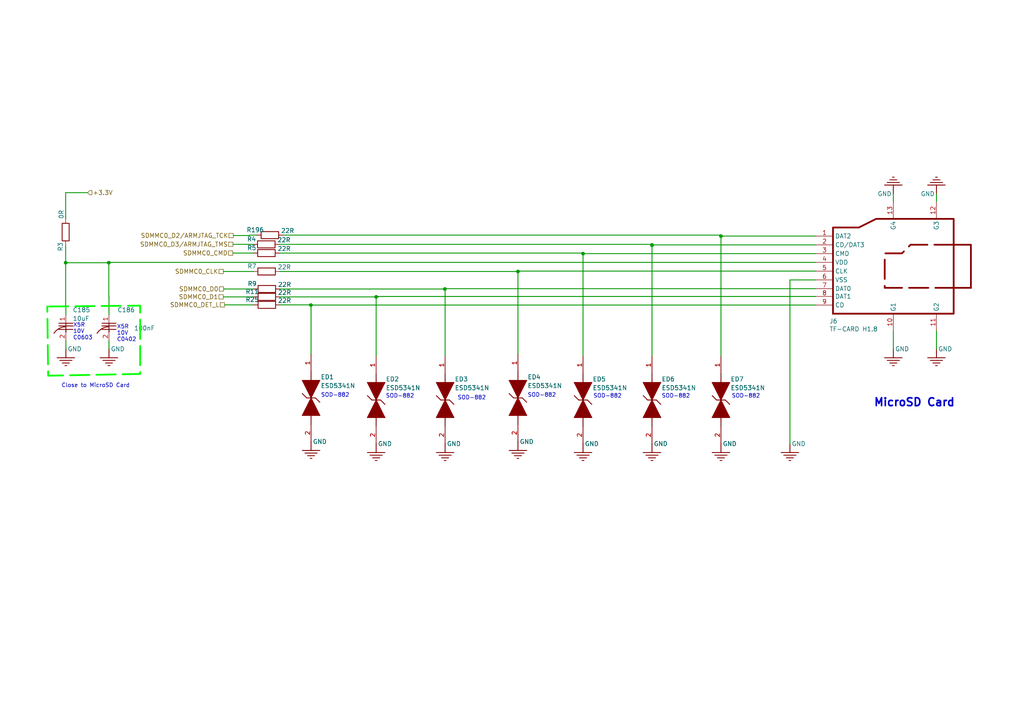
<source format=kicad_sch>
(kicad_sch (version 20250114) (generator "eeschema") (generator_version "9.0")
  (paper "A4")
  (lib_symbols
    (symbol "Device:R" (pin_numbers (hide yes)) (pin_names (offset 0))
      (property "Reference" "R" (at 2.032 0 90))
      (property "Value" "R" (at 0 0 90))
      (symbol "R_0_1"
        (rectangle (start -1.016 -2.54) (end 1.016 2.54) (stroke (width 0.254)))
      )
      (symbol "R_1_1"
        (pin passive line (at 0 3.81 270) (length 1.27) (name "~") (number "1"))
        (pin passive line (at 0 -3.81 90) (length 1.27) (name "~") (number "2"))
      )
    )
    (symbol "cm3568 LPDDR4-altium-import:GND" (power)
      (property "Reference" "#PWR" (at 0 0 0))
      (property "Value" "GND" (at 0 6.35 0))
      (symbol "GND_0_0"
        (polyline (pts (xy -2.54 -2.54) (xy 2.54 -2.54)) (stroke (width 0.254)))
        (polyline (pts (xy -1.778 -3.302) (xy 1.778 -3.302)) (stroke (width 0.254)))
        (polyline (pts (xy -1.016 -4.064) (xy 1.016 -4.064)) (stroke (width 0.254)))
        (polyline (pts (xy -0.254 -4.826) (xy 0.254 -4.826)) (stroke (width 0.254)))
        (polyline (pts (xy 0 0) (xy 0 -2.54)) (stroke (width 0.254)))
        (pin power_in line (at 0 0 0) (length 0) (name "GND") (number ""))
      )
    )
    (symbol "cm3568 LPDDR4-altium-import:root_0_TFP09-2-12B"
      (symbol "root_0_TFP09-2-12B_1_0"
        (polyline (pts (xy 5 -22.5) (xy 5 2.5) (xy 12.5 2.5) (xy 17.5 5) (xy 40 5) (xy 40 -22.5) (xy 5 -22.5)) (stroke (width 0.508)))
        (polyline (pts (xy 40 -2.5) (xy 45 -2.5) (xy 45 -15)) (stroke (width 0.508)))
        (polyline (pts (xy 40 -2.5) (xy 27.5 -2.5) (xy 25 -5) (xy 20 -5) (xy 20 -15) (xy 40 -15)) (stroke (width 0.508) (type dash)))
        (polyline (pts (xy 45 -15) (xy 40 -15)) (stroke (width 0.508)))
        (pin passive line (at 0 0 0) (length 5.08) (name "DAT2") (number "1"))
        (pin passive line (at 0 -2.54 0) (length 5.08) (name "CD/DAT3") (number "2"))
        (pin passive line (at 0 -5.08 0) (length 5.08) (name "CMD") (number "3"))
        (pin passive line (at 0 -7.62 0) (length 5.08) (name "VDD") (number "4"))
        (pin passive line (at 0 -10.16 0) (length 5.08) (name "CLK") (number "5"))
        (pin passive line (at 0 -12.7 0) (length 5.08) (name "VSS") (number "6"))
        (pin passive line (at 0 -15.24 0) (length 5.08) (name "DAT0") (number "7"))
        (pin passive line (at 0 -17.5 0) (length 5.08) (name "DAT1") (number "8"))
        (pin passive line (at 0 -20 0) (length 5.08) (name "CD") (number "9"))
        (pin passive line (at 22.5 10 270) (length 5.08) (name "G4") (number "13"))
        (pin passive line (at 22.5 -27.5 90) (length 5.08) (name "G1") (number "10"))
        (pin passive line (at 35 10 270) (length 5.08) (name "G3") (number "12"))
        (pin passive line (at 35 -27.5 90) (length 5.08) (name "G2") (number "11"))
      )
    )
    (symbol "cm3568 LPDDR4-altium-import:root_3_C0201_100nF"
      (symbol "root_3_C0201_100nF_1_0"
        (polyline (pts (xy -4.572 0) (xy -0.508 0)) (stroke (width 0.254)))
        (polyline (pts (xy -4.572 -0.762) (xy -0.508 -0.762)) (stroke (width 0.254)))
        (arc (start -5.9865 -2.9264) (mid -5.3375 -2.132) (end -4.5103 -1.5255) (stroke (width 0.254)))
        (arc (start -4.5103 -1.5255) (mid -3.5576 -1.1454) (end -2.54 -1.016) (stroke (width 0.254)))
        (polyline (pts (xy -2.54 0) (xy -2.54 -0.762)) (stroke (width 0.254)))
        (polyline (pts (xy -2.54 -1.016) (xy -2.54 -2.54)) (stroke (width 0.254)))
        (polyline (pts (xy -2.54 -2.54) (xy -2.54 -1.778)) (stroke (width 0.254)))
        (polyline (pts (xy -0.508 -1.778) (xy -4.572 -1.778)) (stroke (width 0.254)))
        (pin passive line (at -2.54 2.54 270) (length 2.54) (name "1") (number "1"))
        (pin passive line (at -2.54 -5.08 90) (length 2.54) (name "2") (number "2"))
      )
    )
    (symbol "cm3568 LPDDR4-altium-import:root_3_C0603_10uF"
      (symbol "root_3_C0603_10uF_1_0"
        (polyline (pts (xy -4.572 0) (xy -0.508 0)) (stroke (width 0.254)))
        (polyline (pts (xy -4.572 -0.762) (xy -0.508 -0.762)) (stroke (width 0.254)))
        (arc (start -5.9865 -2.9264) (mid -5.3375 -2.132) (end -4.5103 -1.5255) (stroke (width 0.254)))
        (arc (start -4.5103 -1.5255) (mid -3.5576 -1.1454) (end -2.54 -1.016) (stroke (width 0.254)))
        (polyline (pts (xy -2.54 0) (xy -2.54 -0.762)) (stroke (width 0.254)))
        (polyline (pts (xy -2.54 -1.016) (xy -2.54 -2.54)) (stroke (width 0.254)))
        (polyline (pts (xy -2.54 -2.54) (xy -2.54 -1.778)) (stroke (width 0.254)))
        (polyline (pts (xy -0.508 -1.778) (xy -4.572 -1.778)) (stroke (width 0.254)))
        (pin passive line (at -2.54 2.54 270) (length 2.54) (name "1") (number "1"))
        (pin passive line (at -2.54 -5.08 90) (length 2.54) (name "2") (number "2"))
      )
    )
    (symbol "cm3568 LPDDR4-altium-import:root_3_ESD0402_1xD5"
      (symbol "root_3_ESD0402_1xD5_1_0"
        (polyline (pts (xy -2.54 5.08) (xy 0 0)) (stroke (width 0.254)))
        (polyline (pts (xy -2.54 -5.08) (xy 0 0)) (stroke (width 0.254)))
        (polyline (pts (xy -1.27 0) (xy -2.54 1.27)) (stroke (width 0.254)))
        (polyline (pts (xy 0 5.08) (xy 0 7.62)) (stroke (width 0.254)))
        (polyline (pts (xy 0 0) (xy 2.54 -5.08)) (stroke (width 0.254)))
        (polyline (pts (xy 0 -0.254) (xy 2.54 -5.08) (xy -2.54 -5.08) (xy 0 -0.254)) (stroke (width -0.0001)) (fill (type outline)))
        (polyline (pts (xy 0 -5.08) (xy 0 -7.62)) (stroke (width 0.254)))
        (polyline (pts (xy 1.27 0) (xy -1.27 0)) (stroke (width 0.254)))
        (polyline (pts (xy 1.27 0) (xy 2.54 -1.27)) (stroke (width 0.254)))
        (polyline (pts (xy 2.54 5.08) (xy -2.54 5.08)) (stroke (width 0.254)))
        (polyline (pts (xy 2.54 5.08) (xy 0 0)) (stroke (width 0.254)))
        (polyline (pts (xy 2.54 5.08) (xy -2.54 5.08) (xy 0 0) (xy 2.54 5.08) (xy 2.54 5.08)) (stroke (width -0.0001)) (fill (type outline)))
        (polyline (pts (xy 2.54 -5.08) (xy -2.54 -5.08)) (stroke (width 0.254)))
        (pin passive line (at 0 12.7 270) (length 5.08) (name "1") (number "1"))
        (pin passive line (at 0 -12.7 90) (length 5.08) (name "2") (number "2"))
      )
    )
  )
  (polyline (pts (xy 14.224 88.9) (xy 40.64 88.646) (xy 40.64 108.458) (xy 13.97 108.966) (xy 13.716 88.9)) (stroke (width 0.508) (type dash) (color 0 255 0 1)))
  (text_box "SOD-882" (at 92.202 112.932 0) (size 15 3.048) (margins 0.8572 0.8572 0.8572 0.8572) (stroke (width -0.0001) (color 0 0 0 1)) (effects (font (size 1.143 1.143)) (justify left top)))
  (text_box "SOD-882" (at 110.998 113.186 0) (size 15 3.048) (margins 0.8572 0.8572 0.8572 0.8572) (stroke (width -0.0001) (color 0 0 0 1)) (effects (font (size 1.143 1.143)) (justify left top)))
  (text_box "SOD-882" (at 191.008 113.186 0) (size 15 3.048) (margins 0.8572 0.8572 0.8572 0.8572) (stroke (width -0.0001) (color 0 0 0 1)) (effects (font (size 1.143 1.143)) (justify left top)))
  (text_box "MicroSD Card" (at 281.604 113.562 0) (size -30 10.16) (margins 1.7144 1.7144 1.7144 1.7144) (stroke (width -0.0001) (color 0 0 0 1)) (effects (font (size 2.286 2.286) (bold yes)) (justify left top)))
  (text_box "Close to MicroSD Card" (at 40.132 110.144 0) (size -23.192 3.138) (margins 0.8572 0.8572 0.8572 0.8572) (stroke (width -0.0001) (color 0 0 0 1)) (effects (font (size 1.143 1.143)) (justify left top)))
  (text_box "X5R\n10V\nC0603" (at 20.32 92.612 0) (size 7.5 8.138) (margins 0.8572 0.8572 0.8572 0.8572) (stroke (width -0.0001) (color 0 0 0 1)) (effects (font (size 1.143 1.143)) (justify left top)))
  (text_box "X5R\n10V\nC0402\n" (at 33.02 93.12 0) (size 7.5 8.138) (margins 0.8572 0.8572 0.8572 0.8572) (stroke (width -0.0001) (color 0 0 0 1)) (effects (font (size 1.143 1.143)) (justify left top)))
  (text_box "SOD-882" (at 131.826 113.694 0) (size 15 3.048) (margins 0.8572 0.8572 0.8572 0.8572) (stroke (width -0.0001) (color 0 0 0 1)) (effects (font (size 1.143 1.143)) (justify left top)))
  (text_box "SOD-882" (at 152.146 112.932 0) (size 15 3.048) (margins 0.8572 0.8572 0.8572 0.8572) (stroke (width -0.0001) (color 0 0 0 1)) (effects (font (size 1.143 1.143)) (justify left top)))
  (text_box "SOD-882" (at 171.196 113.186 0) (size 15 3.048) (margins 0.8572 0.8572 0.8572 0.8572) (stroke (width -0.0001) (color 0 0 0 1)) (effects (font (size 1.143 1.143)) (justify left top)))
  (text_box "" (at 131.558 112.87 0) (size 15 3.048) (margins 0.8572 0.8572 0.8572 0.8572) (stroke (width -0.0001) (color 0 0 0 1)) (effects (font (size 1.143 1.143)) (justify left top)))
  (text_box "SOD-882" (at 211.328 113.186 0) (size 15 3.048) (margins 0.8572 0.8572 0.8572 0.8572) (stroke (width -0.0001) (color 0 0 0 1)) (effects (font (size 1.143 1.143)) (justify left top)))
  (junction (at 189.104 71.12))
  (junction (at 109.104 86.106))
  (junction (at 129.032 83.82))
  (junction (at 209.104 68.482))
  (junction (at 189.104 71.022))
  (junction (at 19.05 76.2))
  (junction (at 169.104 73.562))
  (junction (at 150.222 78.74))
  (junction (at 31.55 76.2))
  (junction (at 90.17 88.482))
  (wire (pts (xy 109.704 86.106) (xy 109.704 85.982)) (stroke (width 0.254)))
  (wire (pts (xy 31.55 76.102) (xy 31.55 76.2)) (stroke (width 0.254)))
  (wire (pts (xy 64.77 78.74) (xy 73.5161 78.74)) (stroke (width 0.254)))
  (wire (pts (xy 169.104 103.322) (xy 169.104 73.562)) (stroke (width 0.254)))
  (wire (pts (xy 189.104 71.12) (xy 189.196 71.12)) (stroke (width 0.254)))
  (wire (pts (xy 229.104 81.182) (xy 229.104 128.722)) (stroke (width 0.254)))
  (wire (pts (xy 150.222 102.71) (xy 150.222 78.74)) (stroke (width 0.254)))
  (wire (pts (xy 64.77 86.106) (xy 73.588 86.106)) (stroke (width 0.254)))
  (wire (pts (xy 236.604 81.182) (xy 229.104 81.182)) (stroke (width 0.254)))
  (wire (pts (xy 236.604 76.102) (xy 31.55 76.102)) (stroke (width 0.254)))
  (wire (pts (xy 150.222 78.74) (xy 150.568 78.74)) (stroke (width 0.254)))
  (wire (pts (xy 73.4688 73.406) (xy 67.532 73.406)) (stroke (width 0.254)))
  (wire (pts (xy 81.1361 78.74) (xy 150.222 78.74)) (stroke (width 0.254)))
  (wire (pts (xy 19.05 76.2) (xy 31.55 76.2)) (stroke (width 0.254)))
  (wire (pts (xy 150.568 78.642) (xy 236.604 78.642)) (stroke (width 0.254)))
  (wire (pts (xy 129.104 83.82) (xy 129.104 103.322)) (stroke (width 0.254)))
  (wire (pts (xy 236.604 83.722) (xy 129.032 83.722)) (stroke (width 0.254)))
  (wire (pts (xy 67.564 70.866) (xy 73.4209 70.866)) (stroke (width 0.254)))
  (wire (pts (xy 72.39 68.2016) (xy 72.39 68.326)) (stroke (width 0.254)))
  (wire (pts (xy 73.588 88.42) (xy 65.1385 88.42)) (stroke (width 0.254)))
  (wire (pts (xy 259.104 56.222) (xy 259.104 58.482)) (stroke (width 0.254)))
  (wire (pts (xy 90.17 88.42) (xy 81.208 88.42)) (stroke (width 0.254)))
  (wire (pts (xy 90.222 88.646) (xy 90.17 88.646)) (stroke (width 0.254)))
  (wire (pts (xy 189.104 71.12) (xy 189.104 103.322)) (stroke (width 0.254)))
  (wire (pts (xy 150.568 78.74) (xy 150.568 78.642)) (stroke (width 0.254)))
  (wire (pts (xy 19.05 76.2) (xy 19.05 71.12)) (stroke (width 0.254)))
  (wire (pts (xy 81.208 83.82) (xy 129.032 83.82)) (stroke (width 0.254)))
  (wire (pts (xy 129.032 83.722) (xy 129.032 83.82)) (stroke (width 0.254)))
  (wire (pts (xy 236.604 68.482) (xy 209.104 68.482)) (stroke (width 0.254)))
  (wire (pts (xy 74.4709 68.2016) (xy 72.39 68.2016)) (stroke (width 0.254)))
  (wire (pts (xy 64.86 83.82) (xy 73.588 83.82)) (stroke (width 0.254)))
  (wire (pts (xy 209.104 68.2016) (xy 82.0909 68.2016)) (stroke (width 0.254)))
  (wire (pts (xy 90.17 88.42) (xy 90.17 88.482)) (stroke (width 0.254)))
  (wire (pts (xy 25.4 55.88) (xy 19.05 55.88)) (stroke (width 0.254)))
  (wire (pts (xy 189.104 70.866) (xy 189.104 71.022)) (stroke (width 0.254)))
  (wire (pts (xy 31.604 98.842) (xy 31.604 101.222)) (stroke (width 0.254)))
  (wire (pts (xy 168.91 73.562) (xy 168.91 73.406)) (stroke (width 0.254)))
  (wire (pts (xy 90.17 88.482) (xy 236.604 88.482)) (stroke (width 0.254)))
  (wire (pts (xy 129.032 83.82) (xy 129.104 83.82)) (stroke (width 0.254)))
  (wire (pts (xy 168.91 73.406) (xy 81.0888 73.406)) (stroke (width 0.254)))
  (wire (pts (xy 259.104 101.222) (xy 259.104 95.982)) (stroke (width 0.254)))
  (wire (pts (xy 271.604 101.222) (xy 271.604 95.982)) (stroke (width 0.254)))
  (wire (pts (xy 271.604 56.222) (xy 271.604 58.482)) (stroke (width 0.254)))
  (wire (pts (xy 31.604 86.142) (xy 31.604 91.222)) (stroke (width 0.254)))
  (wire (pts (xy 19.05 76.2) (xy 19.05 88.682)) (stroke (width 0.254)))
  (wire (pts (xy 90.17 88.646) (xy 90.17 88.482)) (stroke (width 0.254)))
  (wire (pts (xy 169.104 73.562) (xy 168.91 73.562)) (stroke (width 0.254)))
  (wire (pts (xy 19.05 88.682) (xy 19.104 88.682)) (stroke (width 0.254)))
  (wire (pts (xy 19.104 98.842) (xy 19.104 101.222)) (stroke (width 0.254)))
  (wire (pts (xy 109.104 86.106) (xy 109.704 86.106)) (stroke (width 0.254)))
  (wire (pts (xy 109.704 85.982) (xy 236.604 85.982)) (stroke (width 0.254)))
  (wire (pts (xy 209.104 68.482) (xy 209.104 68.2016)) (stroke (width 0.254)))
  (wire (pts (xy 209.104 103.322) (xy 209.104 68.482)) (stroke (width 0.254)))
  (wire (pts (xy 189.104 71.022) (xy 189.104 71.12)) (stroke (width 0.254)))
  (wire (pts (xy 31.55 86.142) (xy 31.604 86.142)) (stroke (width 0.254)))
  (wire (pts (xy 90.222 102.71) (xy 90.222 88.646)) (stroke (width 0.254)))
  (wire (pts (xy 81.0409 70.866) (xy 189.104 70.866)) (stroke (width 0.254)))
  (wire (pts (xy 31.55 76.2) (xy 31.55 86.142)) (stroke (width 0.254)))
  (wire (pts (xy 19.104 88.682) (xy 19.104 91.222)) (stroke (width 0.254)))
  (wire (pts (xy 236.604 71.022) (xy 189.104 71.022)) (stroke (width 0.254)))
  (wire (pts (xy 169.104 73.562) (xy 236.604 73.562)) (stroke (width 0.254)))
  (wire (pts (xy 72.39 68.326) (xy 67.664 68.326)) (stroke (width 0.254)))
  (wire (pts (xy 81.208 86.106) (xy 109.104 86.106)) (stroke (width 0.254)))
  (wire (pts (xy 109.104 103.322) (xy 109.104 86.106)) (stroke (width 0.254)))
  (wire (pts (xy 19.05 55.88) (xy 19.05 63.5)) (stroke (width 0.254)))
  (label "" (at 43.688 78.74 0))
  (hierarchical_label "+3.3V" (shape input) (at 25.4 55.88 0))
  (hierarchical_label "SDMMC0_CLK" (shape passive) (at 64.77 78.74 180))
  (hierarchical_label "SDMMC0_D0" (shape passive) (at 64.86 83.82 180))
  (hierarchical_label "SDMMC0_CMD" (shape passive) (at 67.532 73.406 180))
  (hierarchical_label "SDMMC0_D2/ARMJTAG_TCK" (shape passive) (at 67.664 68.326 180))
  (hierarchical_label "SDMMC0_D1" (shape passive) (at 64.77 86.106 180))
  (hierarchical_label "SDMMC0_D3/ARMJTAG_TMS" (shape passive) (at 67.564 70.866 180))
  (hierarchical_label "SDMMC0_DET_L" (shape passive) (at 65.1385 88.42 180))
  (symbol (lib_id "cm3568 LPDDR4-altium-import:root_3_ESD0402_1xD5") (at 209.104 116.022 0) (unit 1)
    (property "Reference" "ED7" (at 211.898 110.688 0) (effects (justify left bottom)))
    (property "Value" "ESD5341N" (at 211.898 113.228 0) (effects (justify left bottom)))
    (property "Footprint" "Footprint:ESD5341N" (effects (hide yes)))
    (property "MPN" "ESD5341N" (effects (hide yes)))
  )
  (symbol (lib_id "cm3568 LPDDR4-altium-import:GND") (at 150.222 128.11 0) (unit 1)
    (property "Reference" "#PWR064" (effects (hide yes)))
    (property "Value" "GND" (effects (hide yes)))
  )
  (symbol (lib_id "cm3568 LPDDR4-altium-import:root_3_C0603_10uF") (at 21.644 93.762 0) (unit 1)
    (property "Reference" "C185" (at 21.082 90.62 0) (effects (justify left bottom)))
    (property "Value" "10uF" (at 21.082 93.12 0) (effects (justify left bottom)))
    (property "Footprint" "Capacitor_SMD:C_0603_1608Metric" (effects (hide yes)))
    (property "MPN" " CL10A106MO8NQNC" (effects (hide yes)))
  )
  (symbol (lib_id "cm3568 LPDDR4-altium-import:root_3_ESD0402_1xD5") (at 189.104 116.022 0) (unit 1)
    (property "Reference" "ED6" (at 191.898 110.688 0) (effects (justify left bottom)))
    (property "Value" "ESD5341N" (at 191.898 113.228 0) (effects (justify left bottom)))
    (property "Footprint" "Footprint:ESD5341N" (effects (hide yes)))
    (property "MPN" "ESD5341N" (effects (hide yes)))
  )
  (symbol (lib_id "cm3568 LPDDR4-altium-import:root_3_ESD0402_1xD5") (at 150.222 115.41 0) (unit 1)
    (property "Reference" "ED4" (at 153.016 110.076 0) (effects (justify left bottom)))
    (property "Value" "ESD5341N" (at 153.016 112.616 0) (effects (justify left bottom)))
    (property "Footprint" "Footprint:ESD5341N" (effects (hide yes)))
    (property "MPN" "ESD5341N" (effects (hide yes)))
  )
  (symbol (lib_id "cm3568 LPDDR4-altium-import:GND") (at 19.104 101.222 0) (unit 1)
    (property "Reference" "#PWR059" (effects (hide yes)))
    (property "Value" "GND" (effects (hide yes)))
  )
  (symbol (lib_id "Device:R") (at 77.398 88.42 90) (unit 1)
    (property "Reference" "R25" (at 73.1456 86.896 90))
    (property "Value" "22R" (at 82.5436 87.15 90))
    (property "Footprint" "Resistor_SMD:R_0603_1608Metric" (effects (hide yes)))
    (property "Description" "Resistor" (effects (hide yes)))
    (property "MPN" "0603WAF220JT5E" (effects (hide yes)))
  )
  (symbol (lib_id "cm3568 LPDDR4-altium-import:root_3_C0201_100nF") (at 34.144 93.762 0) (unit 1)
    (property "Reference" "C186" (at 34.036 90.62 0) (effects (justify left bottom)))
    (property "Value" "100nF" (at 38.862 95.914 0) (effects (justify left bottom)))
    (property "Footprint" "Capacitor_SMD:C_0402_1005Metric" (effects (hide yes)))
    (property "MPN" "CC0402KRX7R7BB104" (effects (hide yes)))
  )
  (symbol (lib_id "cm3568 LPDDR4-altium-import:GND") (at 259.104 56.222 180) (unit 1)
    (property "Reference" "#PWR0243" (effects (hide yes)))
    (property "Value" "GND" (effects (hide yes)))
  )
  (symbol (lib_id "cm3568 LPDDR4-altium-import:GND") (at 259.104 101.222 0) (unit 1)
    (property "Reference" "#PWR0244" (effects (hide yes)))
    (property "Value" "GND" (effects (hide yes)))
  )
  (symbol (lib_id "cm3568 LPDDR4-altium-import:GND") (at 271.604 56.222 180) (unit 1)
    (property "Reference" "#PWR0245" (effects (hide yes)))
    (property "Value" "GND" (effects (hide yes)))
  )
  (symbol (lib_id "cm3568 LPDDR4-altium-import:root_3_ESD0402_1xD5") (at 169.104 116.022 0) (unit 1)
    (property "Reference" "ED5" (at 171.898 110.688 0) (effects (justify left bottom)))
    (property "Value" "ESD5341N" (at 171.898 113.228 0) (effects (justify left bottom)))
    (property "Footprint" "Footprint:ESD5341N" (effects (hide yes)))
    (property "MPN" "ESD5341N" (effects (hide yes)))
  )
  (symbol (lib_id "cm3568 LPDDR4-altium-import:root_3_ESD0402_1xD5") (at 109.104 116.022 0) (unit 1)
    (property "Reference" "ED2" (at 111.898 110.688 0) (effects (justify left bottom)))
    (property "Value" "ESD5341N" (at 111.898 113.228 0) (effects (justify left bottom)))
    (property "Footprint" "Footprint:ESD5341N" (effects (hide yes)))
    (property "MPN" "ESD5341N" (effects (hide yes)))
  )
  (symbol (lib_id "cm3568 LPDDR4-altium-import:GND") (at 129.104 128.722 0) (unit 1)
    (property "Reference" "#PWR063" (effects (hide yes)))
    (property "Value" "GND" (effects (hide yes)))
  )
  (symbol (lib_id "cm3568 LPDDR4-altium-import:GND") (at 209.104 128.722 0) (unit 1)
    (property "Reference" "#PWR0241" (effects (hide yes)))
    (property "Value" "GND" (effects (hide yes)))
  )
  (symbol (lib_id "Device:R") (at 77.2788 73.406 90) (unit 1)
    (property "Reference" "R5" (at 73.0264 71.882 90))
    (property "Value" "22R" (at 82.4244 72.136 90))
    (property "Footprint" "Resistor_SMD:R_0603_1608Metric" (effects (hide yes)))
    (property "Description" "Resistor" (effects (hide yes)))
    (property "MPN" "0603WAF220JT5E" (effects (hide yes)))
  )
  (symbol (lib_id "Device:R") (at 77.398 83.82 90) (unit 1)
    (property "Reference" "R9" (at 73.1456 82.296 90))
    (property "Value" "22R" (at 82.5436 82.55 90))
    (property "Footprint" "Resistor_SMD:R_0603_1608Metric" (effects (hide yes)))
    (property "Description" "Resistor" (effects (hide yes)))
    (property "MPN" "0603WAF220JT5E" (effects (hide yes)))
  )
  (symbol (lib_id "cm3568 LPDDR4-altium-import:GND") (at 109.104 128.722 0) (unit 1)
    (property "Reference" "#PWR062" (effects (hide yes)))
    (property "Value" "GND" (effects (hide yes)))
  )
  (symbol (lib_id "Device:R") (at 19.05 67.31 180) (unit 1)
    (property "Reference" "R3" (at 17.526 71.5624 90))
    (property "Value" "0R" (at 17.78 62.1644 90))
    (property "Footprint" "Resistor_SMD:R_0603_1608Metric" (effects (hide yes)))
    (property "Description" "Resistor" (effects (hide yes)))
    (property "MPN" "0603WAF0000T5E" (effects (hide yes)))
  )
  (symbol (lib_id "cm3568 LPDDR4-altium-import:root_0_TFP09-2-12B") (at 236.604 68.482 0) (unit 1)
    (property "Reference" "J6" (at 240.538 93.882 0) (effects (justify left bottom)))
    (property "Value" "TF-CARD H1.8" (at 240.538 96.168 0) (effects (justify left bottom)))
    (property "Footprint" "Footprint:TF-CARD H1.8" (effects (hide yes)))
    (property "DATASHEET LINK" "http://images.100y.com.tw/pdf_file/10-TFP09-2-12B.pdf" (effects (hide yes)))
    (property "HEIGHT" "2.45mm" (effects (hide yes)))
    (property "MANUFACTURER_NAME" "100y" (effects (hide yes)))
    (property "MANUFACTURER_PART_NUMBER" "TFP09-2-12B" (effects (hide yes)))
    (property "MPN" "TF 卡座 铜壳" (effects (hide yes)))
  )
  (symbol (lib_id "cm3568 LPDDR4-altium-import:GND") (at 271.604 101.222 0) (unit 1)
    (property "Reference" "#PWR0246" (effects (hide yes)))
    (property "Value" "GND" (effects (hide yes)))
  )
  (symbol (lib_id "Device:R") (at 78.2809 68.2016 90) (unit 1)
    (property "Reference" "R196" (at 74.0285 66.6776 90))
    (property "Value" "22R" (at 83.4265 66.9316 90))
    (property "Footprint" "Resistor_SMD:R_0603_1608Metric" (effects (hide yes)))
    (property "Description" "Resistor" (effects (hide yes)))
    (property "MPN" "0603WAF220JT5E" (effects (hide yes)))
  )
  (symbol (lib_id "cm3568 LPDDR4-altium-import:GND") (at 229.104 128.722 0) (unit 1)
    (property "Reference" "#PWR0242" (effects (hide yes)))
    (property "Value" "GND" (effects (hide yes)))
  )
  (symbol (lib_id "Device:R") (at 77.2309 70.866 90) (unit 1)
    (property "Reference" "R4" (at 72.9785 69.342 90))
    (property "Value" "22R" (at 82.3765 69.596 90))
    (property "Footprint" "Resistor_SMD:R_0603_1608Metric" (effects (hide yes)))
    (property "Description" "Resistor" (effects (hide yes)))
    (property "MPN" "0603WAF220JT5E" (effects (hide yes)))
  )
  (symbol (lib_id "cm3568 LPDDR4-altium-import:root_3_ESD0402_1xD5") (at 90.222 115.41 0) (unit 1)
    (property "Reference" "ED1" (at 93.016 110.076 0) (effects (justify left bottom)))
    (property "Value" "ESD5341N" (at 93.016 112.616 0) (effects (justify left bottom)))
    (property "Footprint" "Footprint:ESD5341N" (effects (hide yes)))
    (property "MPN" "ESD5341N" (effects (hide yes)))
  )
  (symbol (lib_id "cm3568 LPDDR4-altium-import:root_3_ESD0402_1xD5") (at 129.104 116.022 0) (unit 1)
    (property "Reference" "ED3" (at 131.898 110.688 0) (effects (justify left bottom)))
    (property "Value" "ESD5341N" (at 131.898 113.228 0) (effects (justify left bottom)))
    (property "Footprint" "Footprint:ESD5341N" (effects (hide yes)))
    (property "MPN" "ESD5341N" (effects (hide yes)))
  )
  (symbol (lib_id "Device:R") (at 77.398 86.106 90) (unit 1)
    (property "Reference" "R11" (at 73.1456 84.582 90))
    (property "Value" "22R" (at 82.5436 84.836 90))
    (property "Footprint" "Resistor_SMD:R_0603_1608Metric" (effects (hide yes)))
    (property "Description" "Resistor" (effects (hide yes)))
    (property "MPN" "0603WAF220JT5E" (effects (hide yes)))
  )
  (symbol (lib_id "cm3568 LPDDR4-altium-import:GND") (at 31.604 101.222 0) (unit 1)
    (property "Reference" "#PWR060" (effects (hide yes)))
    (property "Value" "GND" (effects (hide yes)))
  )
  (symbol (lib_id "Device:R") (at 77.3261 78.74 90) (unit 1)
    (property "Reference" "R7" (at 73.0737 77.216 90))
    (property "Value" "22R" (at 82.4717 77.47 90))
    (property "Footprint" "Resistor_SMD:R_0603_1608Metric" (effects (hide yes)))
    (property "Description" "Resistor" (effects (hide yes)))
    (property "MPN" "0603WAF220JT5E" (effects (hide yes)))
  )
  (symbol (lib_id "cm3568 LPDDR4-altium-import:GND") (at 189.104 128.722 0) (unit 1)
    (property "Reference" "#PWR0233" (effects (hide yes)))
    (property "Value" "GND" (effects (hide yes)))
  )
  (symbol (lib_id "cm3568 LPDDR4-altium-import:GND") (at 169.104 128.722 0) (unit 1)
    (property "Reference" "#PWR070" (effects (hide yes)))
    (property "Value" "GND" (effects (hide yes)))
  )
  (symbol (lib_id "cm3568 LPDDR4-altium-import:GND") (at 90.222 128.11 0) (unit 1)
    (property "Reference" "#PWR061" (effects (hide yes)))
    (property "Value" "GND" (effects (hide yes)))
  )
)
</source>
